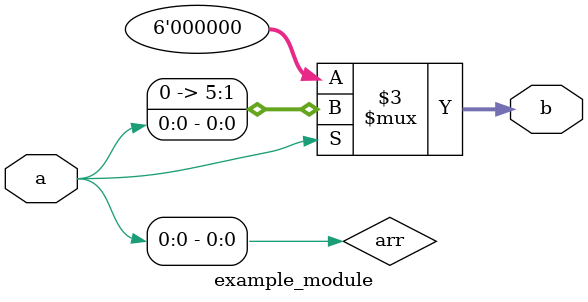
<source format=sv>
module example_module(input logic a, output logic [5:0] b);
  logic [7:0] arr;
  
  always_comb begin
    arr[0] = a;
  end
  
  assign b = arr[0] ? a : 6'b0;
endmodule
</source>
